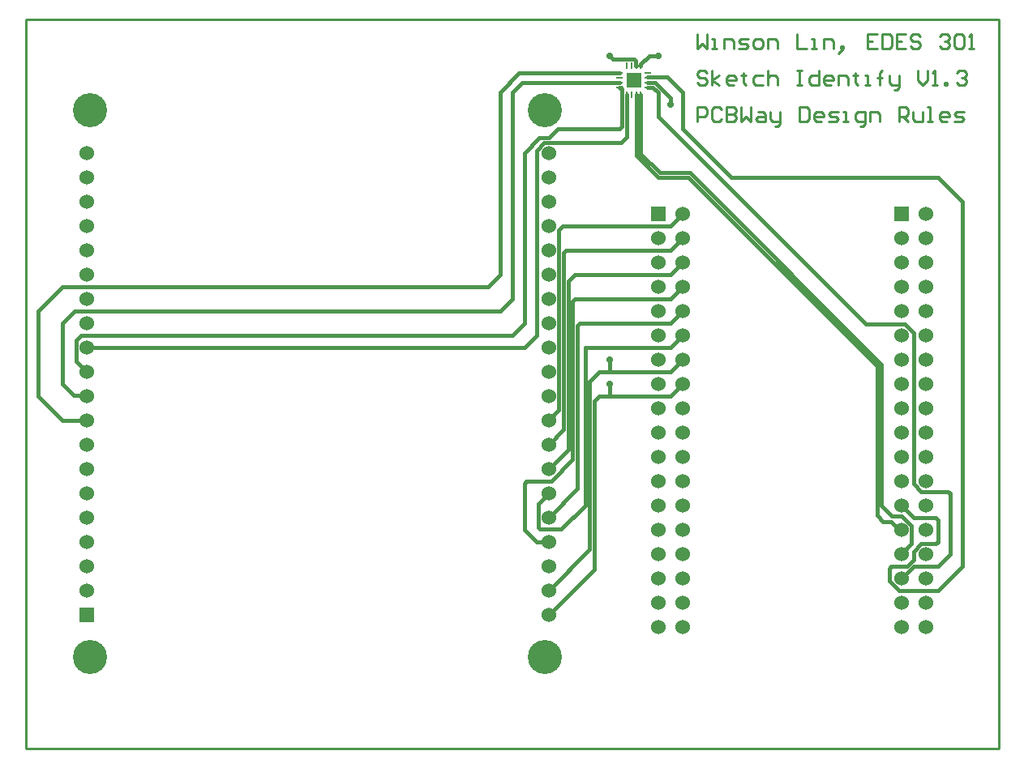
<source format=gbr>
G04*
G04 #@! TF.GenerationSoftware,Altium Limited,Altium Designer,25.5.2 (35)*
G04*
G04 Layer_Physical_Order=1*
G04 Layer_Color=255*
%FSLAX25Y25*%
%MOIN*%
G70*
G04*
G04 #@! TF.SameCoordinates,B2316909-82D1-4C6C-8CF9-3FEF708230A5*
G04*
G04*
G04 #@! TF.FilePolarity,Positive*
G04*
G01*
G75*
%ADD10C,0.01000*%
%ADD12R,0.03150X0.01102*%
%ADD13R,0.01102X0.03150*%
%ADD14R,0.05906X0.05906*%
%ADD24C,0.01500*%
%ADD25R,0.06000X0.06000*%
%ADD26C,0.06000*%
%ADD27C,0.14000*%
%ADD28R,0.06024X0.06024*%
%ADD29C,0.06024*%
%ADD30C,0.02756*%
D10*
X400000D01*
Y300000D01*
X0D02*
X400000D01*
X0Y0D02*
Y300000D01*
X276000Y257999D02*
Y263997D01*
X278999D01*
X279999Y262998D01*
Y260998D01*
X278999Y259999D01*
X276000D01*
X285997Y262998D02*
X284997Y263997D01*
X282998D01*
X281998Y262998D01*
Y258999D01*
X282998Y257999D01*
X284997D01*
X285997Y258999D01*
X287996Y263997D02*
Y257999D01*
X290995D01*
X291995Y258999D01*
Y259999D01*
X290995Y260998D01*
X287996D01*
X290995D01*
X291995Y261998D01*
Y262998D01*
X290995Y263997D01*
X287996D01*
X293994D02*
Y257999D01*
X295993Y259999D01*
X297993Y257999D01*
Y263997D01*
X300992Y261998D02*
X302991D01*
X303991Y260998D01*
Y257999D01*
X300992D01*
X299992Y258999D01*
X300992Y259999D01*
X303991D01*
X305990Y261998D02*
Y258999D01*
X306990Y257999D01*
X309989D01*
Y257000D01*
X308989Y256000D01*
X307990D01*
X309989Y257999D02*
Y261998D01*
X317986Y263997D02*
Y257999D01*
X320985D01*
X321985Y258999D01*
Y262998D01*
X320985Y263997D01*
X317986D01*
X326983Y257999D02*
X324984D01*
X323985Y258999D01*
Y260998D01*
X324984Y261998D01*
X326983D01*
X327983Y260998D01*
Y259999D01*
X323985D01*
X329982Y257999D02*
X332982D01*
X333981Y258999D01*
X332982Y259999D01*
X330982D01*
X329982Y260998D01*
X330982Y261998D01*
X333981D01*
X335981Y257999D02*
X337980D01*
X336980D01*
Y261998D01*
X335981D01*
X342978Y256000D02*
X343978D01*
X344978Y257000D01*
Y261998D01*
X341979D01*
X340979Y260998D01*
Y258999D01*
X341979Y257999D01*
X344978D01*
X346977D02*
Y261998D01*
X349976D01*
X350976Y260998D01*
Y257999D01*
X358973D02*
Y263997D01*
X361972D01*
X362972Y262998D01*
Y260998D01*
X361972Y259999D01*
X358973D01*
X360972D02*
X362972Y257999D01*
X364971Y261998D02*
Y258999D01*
X365971Y257999D01*
X368970D01*
Y261998D01*
X370969Y257999D02*
X372969D01*
X371969D01*
Y263997D01*
X370969D01*
X378967Y257999D02*
X376967D01*
X375968Y258999D01*
Y260998D01*
X376967Y261998D01*
X378967D01*
X379966Y260998D01*
Y259999D01*
X375968D01*
X381966Y257999D02*
X384965D01*
X385964Y258999D01*
X384965Y259999D01*
X382965D01*
X381966Y260998D01*
X382965Y261998D01*
X385964D01*
X279999Y277998D02*
X278999Y278997D01*
X277000D01*
X276000Y277998D01*
Y276998D01*
X277000Y275998D01*
X278999D01*
X279999Y274999D01*
Y273999D01*
X278999Y272999D01*
X277000D01*
X276000Y273999D01*
X281998Y272999D02*
Y278997D01*
Y274999D02*
X284997Y276998D01*
X281998Y274999D02*
X284997Y272999D01*
X290995D02*
X288996D01*
X287996Y273999D01*
Y275998D01*
X288996Y276998D01*
X290995D01*
X291995Y275998D01*
Y274999D01*
X287996D01*
X294994Y277998D02*
Y276998D01*
X293994D01*
X295993D01*
X294994D01*
Y273999D01*
X295993Y272999D01*
X302991Y276998D02*
X299992D01*
X298993Y275998D01*
Y273999D01*
X299992Y272999D01*
X302991D01*
X304991Y278997D02*
Y272999D01*
Y275998D01*
X305990Y276998D01*
X307990D01*
X308989Y275998D01*
Y272999D01*
X316987Y278997D02*
X318986D01*
X317986D01*
Y272999D01*
X316987D01*
X318986D01*
X325984Y278997D02*
Y272999D01*
X322985D01*
X321985Y273999D01*
Y275998D01*
X322985Y276998D01*
X325984D01*
X330982Y272999D02*
X328983D01*
X327983Y273999D01*
Y275998D01*
X328983Y276998D01*
X330982D01*
X331982Y275998D01*
Y274999D01*
X327983D01*
X333981Y272999D02*
Y276998D01*
X336980D01*
X337980Y275998D01*
Y272999D01*
X340979Y277998D02*
Y276998D01*
X339979D01*
X341979D01*
X340979D01*
Y273999D01*
X341979Y272999D01*
X344978D02*
X346977D01*
X345977D01*
Y276998D01*
X344978D01*
X350976Y272999D02*
Y277998D01*
Y275998D01*
X349976D01*
X351975D01*
X350976D01*
Y277998D01*
X351975Y278997D01*
X354974Y276998D02*
Y273999D01*
X355974Y272999D01*
X358973D01*
Y272000D01*
X357974Y271000D01*
X356974D01*
X358973Y272999D02*
Y276998D01*
X366971Y278997D02*
Y274999D01*
X368970Y272999D01*
X370969Y274999D01*
Y278997D01*
X372969Y272999D02*
X374968D01*
X373968D01*
Y278997D01*
X372969Y277998D01*
X377967Y272999D02*
Y273999D01*
X378967D01*
Y272999D01*
X377967D01*
X382965Y277998D02*
X383965Y278997D01*
X385964D01*
X386964Y277998D01*
Y276998D01*
X385964Y275998D01*
X384965D01*
X385964D01*
X386964Y274999D01*
Y273999D01*
X385964Y272999D01*
X383965D01*
X382965Y273999D01*
X276000Y293997D02*
Y287999D01*
X277999Y289999D01*
X279999Y287999D01*
Y293997D01*
X281998Y287999D02*
X283997D01*
X282998D01*
Y291998D01*
X281998D01*
X286996Y287999D02*
Y291998D01*
X289996D01*
X290995Y290998D01*
Y287999D01*
X292994D02*
X295993D01*
X296993Y288999D01*
X295993Y289999D01*
X293994D01*
X292994Y290998D01*
X293994Y291998D01*
X296993D01*
X299992Y287999D02*
X301992D01*
X302991Y288999D01*
Y290998D01*
X301992Y291998D01*
X299992D01*
X298993Y290998D01*
Y288999D01*
X299992Y287999D01*
X304991D02*
Y291998D01*
X307990D01*
X308989Y290998D01*
Y287999D01*
X316987Y293997D02*
Y287999D01*
X320985D01*
X322985D02*
X324984D01*
X323985D01*
Y291998D01*
X322985D01*
X327983Y287999D02*
Y291998D01*
X330982D01*
X331982Y290998D01*
Y287999D01*
X334981Y287000D02*
X335981Y287999D01*
Y288999D01*
X334981D01*
Y287999D01*
X335981D01*
X334981Y287000D01*
X333981Y286000D01*
X349976Y293997D02*
X345977D01*
Y287999D01*
X349976D01*
X345977Y290998D02*
X347977D01*
X351975Y293997D02*
Y287999D01*
X354974D01*
X355974Y288999D01*
Y292998D01*
X354974Y293997D01*
X351975D01*
X361972D02*
X357974D01*
Y287999D01*
X361972D01*
X357974Y290998D02*
X359973D01*
X367970Y292998D02*
X366971Y293997D01*
X364971D01*
X363971Y292998D01*
Y291998D01*
X364971Y290998D01*
X366971D01*
X367970Y289999D01*
Y288999D01*
X366971Y287999D01*
X364971D01*
X363971Y288999D01*
X375968Y292998D02*
X376967Y293997D01*
X378967D01*
X379966Y292998D01*
Y291998D01*
X378967Y290998D01*
X377967D01*
X378967D01*
X379966Y289999D01*
Y288999D01*
X378967Y287999D01*
X376967D01*
X375968Y288999D01*
X381966Y292998D02*
X382965Y293997D01*
X384965D01*
X385964Y292998D01*
Y288999D01*
X384965Y287999D01*
X382965D01*
X381966Y288999D01*
Y292998D01*
X387964Y287999D02*
X389963D01*
X388964D01*
Y293997D01*
X387964Y292998D01*
D12*
X244094Y272047D02*
D03*
Y274016D02*
D03*
Y275984D02*
D03*
Y277953D02*
D03*
X255906D02*
D03*
Y275984D02*
D03*
Y274016D02*
D03*
Y272047D02*
D03*
D13*
X247047Y280906D02*
D03*
X249016D02*
D03*
X250984D02*
D03*
X252953D02*
D03*
Y269094D02*
D03*
X250984D02*
D03*
X249016D02*
D03*
X247047D02*
D03*
D14*
X250000Y275000D02*
D03*
D24*
X245000Y255879D02*
Y271141D01*
X218838Y255000D02*
X244121D01*
X245000Y255879D01*
X215000Y251162D02*
X218838Y255000D01*
X247047Y251582D02*
Y269094D01*
X210000Y170000D02*
Y246027D01*
X213235Y249262D02*
X244727D01*
X247047Y251582D01*
X211162Y251162D02*
X215000D01*
X205000Y245000D02*
X211162Y251162D01*
X210000Y246027D02*
X213235Y249262D01*
X205000Y175000D02*
Y245000D01*
X244919Y271222D02*
Y271848D01*
X244094Y272047D02*
X244720D01*
X244919Y271222D02*
X245000Y271141D01*
X244720Y272047D02*
X244919Y271848D01*
X15000Y190000D02*
X190000D01*
X5000Y180000D02*
X15000Y190000D01*
X5000Y145000D02*
Y180000D01*
Y145000D02*
X15000Y135000D01*
X190000Y190000D02*
X195000Y195000D01*
X15000Y150000D02*
Y175000D01*
X20000Y180000D02*
X195000D01*
X15000Y175000D02*
X20000Y180000D01*
X205000Y165000D02*
X210000Y170000D01*
X25000Y165000D02*
X205000D01*
X200000Y170000D02*
X205000Y175000D01*
X22865Y170000D02*
X200000D01*
X195000Y180000D02*
X200000Y185000D01*
Y270000D01*
X374121Y84250D02*
X375000Y85129D01*
Y94121D01*
X368240Y84250D02*
X374121D01*
X365000Y95000D02*
X374121D01*
X375000Y94121D01*
X360000Y100000D02*
X365000Y95000D01*
X355879Y75000D02*
X362313D01*
X365000Y77687D02*
Y81010D01*
X362313Y75000D02*
X365000Y77687D01*
X360000Y70000D02*
X365000Y75000D01*
X375000D01*
Y235000D02*
X385000Y225000D01*
X290000Y235000D02*
X375000D01*
X385000Y75000D02*
Y225000D01*
X375000Y65000D02*
X385000Y75000D01*
X358990Y65000D02*
X375000D01*
X240238Y285000D02*
X241507Y283731D01*
X250817Y281073D02*
X250984Y280906D01*
X241507Y283731D02*
X250085D01*
X250817Y281073D02*
Y282999D01*
X240000Y285000D02*
X240238D01*
X250085Y283731D02*
X250817Y282999D01*
X252953Y281532D02*
X256421Y285000D01*
X265000Y265000D02*
Y267687D01*
X258740Y273947D02*
X265000Y267687D01*
X255975Y273947D02*
X258740D01*
X255906Y274016D02*
X255975Y273947D01*
X255906Y276152D02*
X263786D01*
X270000Y269938D01*
Y255000D02*
X290000Y235000D01*
X270000Y255000D02*
Y269938D01*
X260000Y260000D02*
Y270000D01*
X257953Y272047D02*
X260000Y270000D01*
Y260000D02*
X345344Y174656D01*
X255906Y272047D02*
X257953D01*
X375000Y75000D02*
X380000Y80000D01*
X368240Y105750D02*
X379121D01*
X380000Y104871D01*
X364987Y109002D02*
Y171023D01*
Y109002D02*
X368240Y105750D01*
X380000Y80000D02*
Y104871D01*
X345344Y174656D02*
X361354D01*
X364987Y171023D01*
X350000Y95879D02*
Y157313D01*
X272313Y235000D02*
X350000Y157313D01*
X260000Y235000D02*
X272313D01*
X250984Y244016D02*
Y269094D01*
Y244016D02*
X260000Y235000D01*
X350000Y95879D02*
X352509Y93370D01*
X359315Y90000D02*
X360000D01*
X355945Y93370D02*
X359315Y90000D01*
X352509Y93370D02*
X355945D01*
X256421Y285000D02*
X260000D01*
X265000Y155000D02*
X270000Y160000D01*
X252953Y280906D02*
Y281532D01*
X235879Y155000D02*
X240000D01*
Y160000D01*
X231900Y151021D02*
X235879Y155000D01*
X240000D02*
X265000D01*
X231900Y81900D02*
Y151021D01*
X215000Y65000D02*
X231900Y81900D01*
X15000Y135000D02*
X25000D01*
X195000Y195000D02*
Y270000D01*
X202953Y277953D01*
X244094D01*
X265000Y145000D02*
X270000Y150000D01*
X240000Y145000D02*
Y150000D01*
Y145000D02*
X265000D01*
X235879D02*
X240000D01*
X233800Y142921D02*
X235879Y145000D01*
X215000Y55000D02*
X233800Y73800D01*
Y142921D01*
X15000Y150000D02*
X19738Y145262D01*
X24738D02*
X25000Y145000D01*
X19738Y145262D02*
X24738D01*
X204016Y274016D02*
X244094D01*
X200000Y270000D02*
X204016Y274016D01*
X360000Y80000D02*
X364250Y84250D01*
X360260Y95750D02*
X364250Y91760D01*
Y84250D02*
Y91760D01*
X260787Y236900D02*
X273100D01*
X351900Y158100D01*
Y100000D02*
Y158100D01*
X252953Y244734D02*
Y269094D01*
X356150Y95750D02*
X360260D01*
X351900Y100000D02*
X356150Y95750D01*
X252953Y244734D02*
X260787Y236900D01*
X365000Y81010D02*
X368240Y84250D01*
X355000Y68990D02*
Y74121D01*
X355879Y75000D01*
X355000Y68990D02*
X358990Y65000D01*
X20738Y167873D02*
X22865Y170000D01*
X20738Y159262D02*
Y167873D01*
Y159262D02*
X25000Y155000D01*
X215000Y95000D02*
X226862Y106862D01*
Y174121D01*
X227741Y175000D01*
X265000D01*
X270000Y180000D01*
X215000Y115000D02*
X223062Y123062D01*
Y192183D01*
X225879Y195000D01*
X265000D01*
X270000Y200000D01*
X215000Y135000D02*
X219262Y139262D01*
Y213383D01*
X220879Y215000D01*
X265000D01*
X270000Y220000D01*
X221162Y131162D02*
Y204121D01*
X215000Y125000D02*
X221162Y131162D01*
Y204121D02*
X222041Y205000D01*
X265000D01*
X270000Y210000D01*
X205000Y90000D02*
X210000Y85000D01*
X205000Y90000D02*
Y109121D01*
X210000Y85000D02*
X215000D01*
X205879Y110000D02*
X216027D01*
X205000Y109121D02*
X205879Y110000D01*
X216027D02*
X224962Y118935D01*
Y184083D01*
X225879Y185000D01*
X265000D01*
X270000Y190000D01*
X230000Y100000D02*
Y165000D01*
X220168Y90168D02*
X230000Y100000D01*
X211617Y90168D02*
X220168D01*
X210738Y91047D02*
Y100738D01*
Y91047D02*
X211617Y90168D01*
X210738Y100738D02*
X215000Y105000D01*
X230000Y165000D02*
X265000D01*
X270000Y170000D01*
D25*
X260000Y220000D02*
D03*
X360000D02*
D03*
D26*
X270000D02*
D03*
X260000Y210000D02*
D03*
X270000D02*
D03*
X260000Y200000D02*
D03*
X270000D02*
D03*
X260000Y190000D02*
D03*
X270000D02*
D03*
X260000Y180000D02*
D03*
X270000D02*
D03*
X260000Y170000D02*
D03*
X270000D02*
D03*
X260000Y160000D02*
D03*
X270000D02*
D03*
X260000Y150000D02*
D03*
X270000D02*
D03*
X260000Y140000D02*
D03*
X270000D02*
D03*
X260000Y130000D02*
D03*
X270000D02*
D03*
X260000Y120000D02*
D03*
X270000D02*
D03*
X260000Y110000D02*
D03*
X270000D02*
D03*
X260000Y100000D02*
D03*
X270000D02*
D03*
X260000Y90000D02*
D03*
X270000D02*
D03*
X260000Y80000D02*
D03*
X270000D02*
D03*
X260000Y70000D02*
D03*
X270000D02*
D03*
X260000Y60000D02*
D03*
X270000D02*
D03*
X260000Y50000D02*
D03*
X270000D02*
D03*
X370000Y220000D02*
D03*
X360000Y210000D02*
D03*
X370000D02*
D03*
X360000Y200000D02*
D03*
X370000D02*
D03*
X360000Y190000D02*
D03*
X370000D02*
D03*
X360000Y180000D02*
D03*
X370000D02*
D03*
X360000Y170000D02*
D03*
X370000D02*
D03*
X360000Y160000D02*
D03*
X370000D02*
D03*
X360000Y150000D02*
D03*
X370000D02*
D03*
X360000Y140000D02*
D03*
X370000D02*
D03*
X360000Y130000D02*
D03*
X370000D02*
D03*
X360000Y120000D02*
D03*
X370000D02*
D03*
X360000Y110000D02*
D03*
X370000D02*
D03*
X360000Y100000D02*
D03*
X370000D02*
D03*
X360000Y90000D02*
D03*
X370000D02*
D03*
X360000Y80000D02*
D03*
X370000D02*
D03*
X360000Y70000D02*
D03*
X370000D02*
D03*
X360000Y60000D02*
D03*
X370000D02*
D03*
X360000Y50000D02*
D03*
X370000D02*
D03*
D27*
X26500Y37500D02*
D03*
X213500D02*
D03*
X26500Y262500D02*
D03*
X213500D02*
D03*
D28*
X25000Y55000D02*
D03*
D29*
Y145000D02*
D03*
Y135000D02*
D03*
Y125000D02*
D03*
Y115000D02*
D03*
Y105000D02*
D03*
Y95000D02*
D03*
Y85000D02*
D03*
Y75000D02*
D03*
Y65000D02*
D03*
Y155000D02*
D03*
Y165000D02*
D03*
Y175000D02*
D03*
Y185000D02*
D03*
Y195000D02*
D03*
Y205000D02*
D03*
Y215000D02*
D03*
Y225000D02*
D03*
Y235000D02*
D03*
Y245000D02*
D03*
X215000Y55000D02*
D03*
Y65000D02*
D03*
Y75000D02*
D03*
Y85000D02*
D03*
Y95000D02*
D03*
Y105000D02*
D03*
Y115000D02*
D03*
Y125000D02*
D03*
Y135000D02*
D03*
Y145000D02*
D03*
Y155000D02*
D03*
Y165000D02*
D03*
Y175000D02*
D03*
Y185000D02*
D03*
Y195000D02*
D03*
Y205000D02*
D03*
Y215000D02*
D03*
Y225000D02*
D03*
Y235000D02*
D03*
Y245000D02*
D03*
D30*
X240000Y285000D02*
D03*
X260000D02*
D03*
X265000Y265000D02*
D03*
X240000Y160000D02*
D03*
Y150000D02*
D03*
M02*

</source>
